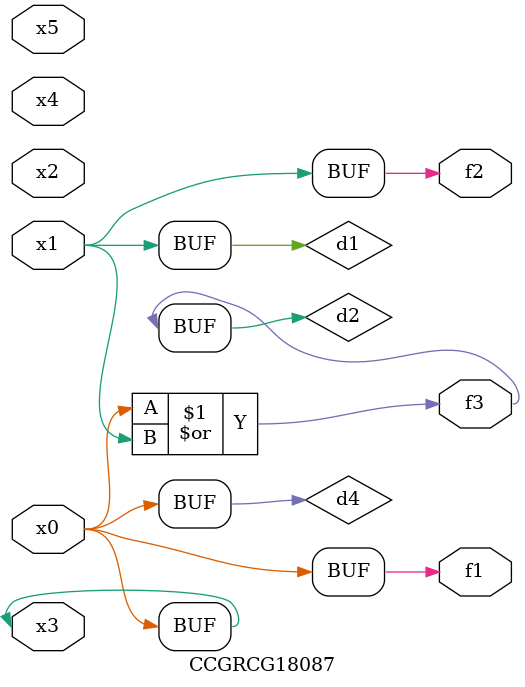
<source format=v>
module CCGRCG18087(
	input x0, x1, x2, x3, x4, x5,
	output f1, f2, f3
);

	wire d1, d2, d3, d4;

	and (d1, x1);
	or (d2, x0, x1);
	nand (d3, x0, x5);
	buf (d4, x0, x3);
	assign f1 = d4;
	assign f2 = d1;
	assign f3 = d2;
endmodule

</source>
